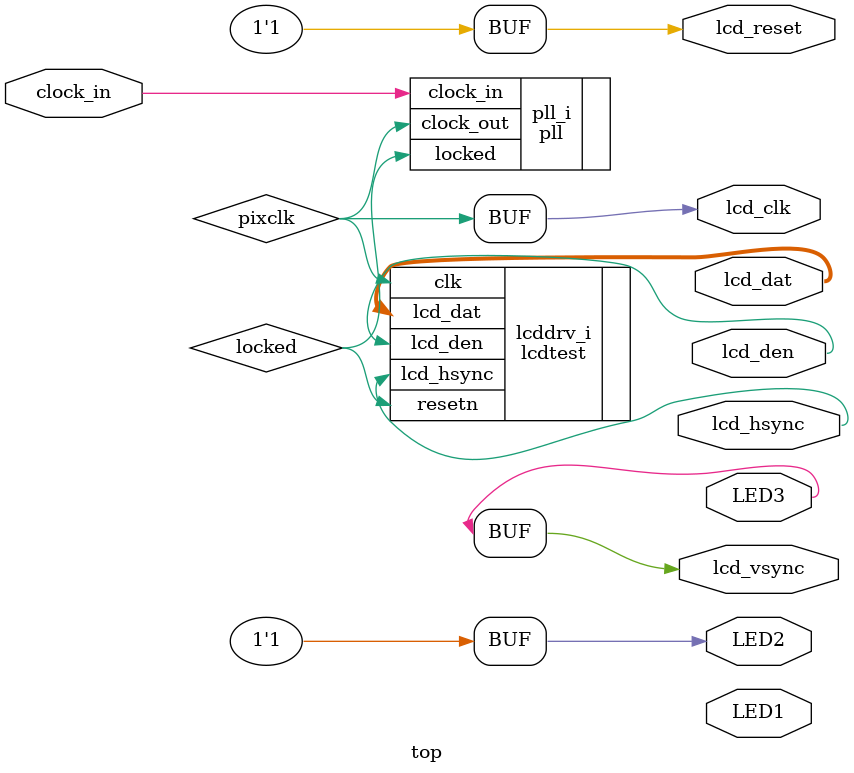
<source format=v>
`default_nettype none
module top(
    input clock_in,
    output LED1, LED2, LED3,
    output lcd_clk,
    output [7:0] lcd_dat,
    output lcd_hsync,
    output lcd_vsync,
    output lcd_den,
    output lcd_reset);

wire pixclk;
wire locked;
pll pll_i(.clock_in(clock_in), .clock_out(pixclk), .locked(locked));

lcdtest lcddrv_i (.clk(pixclk), //20.2MHz pixel clock in
                  .resetn(locked),
                  .lcd_dat(lcd_dat),
                  .lcd_hsync(lcd_hsync),
                  .lcd_hsync(lcd_hsync),
                  .lcd_den(lcd_den));

//assign LED2 = locked; // yosys reports this error when uncommented: ERROR: Mismatch in directionality for cell port top.pll_i.locked: \locked <= \pll_i.locked
assign LED2 = 1'b1;
assign LED3 = lcd_vsync;
  
assign lcd_clk = pixclk;

assign lcd_reset = 1'b1;
  
endmodule

</source>
